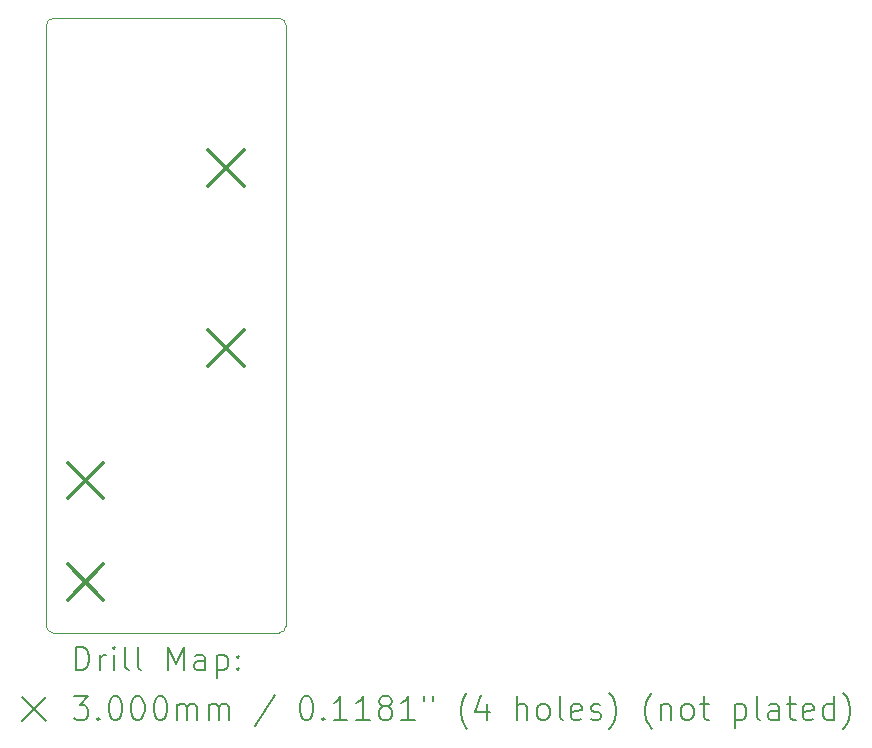
<source format=gbr>
%TF.GenerationSoftware,KiCad,Pcbnew,6.0.9-8da3e8f707~116~ubuntu20.04.1*%
%TF.CreationDate,2023-03-05T00:07:39+01:00*%
%TF.ProjectId,accl_magn_pmod,6163636c-5f6d-4616-976e-5f706d6f642e,rev?*%
%TF.SameCoordinates,Original*%
%TF.FileFunction,Drillmap*%
%TF.FilePolarity,Positive*%
%FSLAX45Y45*%
G04 Gerber Fmt 4.5, Leading zero omitted, Abs format (unit mm)*
G04 Created by KiCad (PCBNEW 6.0.9-8da3e8f707~116~ubuntu20.04.1) date 2023-03-05 00:07:39*
%MOMM*%
%LPD*%
G01*
G04 APERTURE LIST*
%ADD10C,0.100000*%
%ADD11C,0.200000*%
%ADD12C,0.300000*%
G04 APERTURE END LIST*
D10*
X11493500Y-10795000D02*
X13398500Y-10795000D01*
X11430000Y-10731500D02*
X11430000Y-5651500D01*
X13462000Y-5651500D02*
X13462000Y-10731500D01*
X13398500Y-5588000D02*
X11493500Y-5588000D01*
X13398500Y-10795000D02*
G75*
G03*
X13462000Y-10731500I0J63500D01*
G01*
X11430000Y-10731500D02*
G75*
G03*
X11493500Y-10795000I63500J0D01*
G01*
X13462000Y-5651500D02*
G75*
G03*
X13398500Y-5588000I-63500J0D01*
G01*
X11493500Y-5588000D02*
G75*
G03*
X11430000Y-5651500I0J-63500D01*
G01*
D11*
D12*
X11612740Y-9352140D02*
X11912740Y-9652140D01*
X11912740Y-9352140D02*
X11612740Y-9652140D01*
X11612740Y-10212140D02*
X11912740Y-10512140D01*
X11912740Y-10212140D02*
X11612740Y-10512140D01*
X12804000Y-6708000D02*
X13104000Y-7008000D01*
X13104000Y-6708000D02*
X12804000Y-7008000D01*
X12804000Y-8232000D02*
X13104000Y-8532000D01*
X13104000Y-8232000D02*
X12804000Y-8532000D01*
D11*
X11682619Y-11110476D02*
X11682619Y-10910476D01*
X11730238Y-10910476D01*
X11758809Y-10920000D01*
X11777857Y-10939048D01*
X11787381Y-10958095D01*
X11796905Y-10996190D01*
X11796905Y-11024762D01*
X11787381Y-11062857D01*
X11777857Y-11081905D01*
X11758809Y-11100952D01*
X11730238Y-11110476D01*
X11682619Y-11110476D01*
X11882619Y-11110476D02*
X11882619Y-10977143D01*
X11882619Y-11015238D02*
X11892143Y-10996190D01*
X11901667Y-10986667D01*
X11920714Y-10977143D01*
X11939762Y-10977143D01*
X12006428Y-11110476D02*
X12006428Y-10977143D01*
X12006428Y-10910476D02*
X11996905Y-10920000D01*
X12006428Y-10929524D01*
X12015952Y-10920000D01*
X12006428Y-10910476D01*
X12006428Y-10929524D01*
X12130238Y-11110476D02*
X12111190Y-11100952D01*
X12101667Y-11081905D01*
X12101667Y-10910476D01*
X12235000Y-11110476D02*
X12215952Y-11100952D01*
X12206428Y-11081905D01*
X12206428Y-10910476D01*
X12463571Y-11110476D02*
X12463571Y-10910476D01*
X12530238Y-11053333D01*
X12596905Y-10910476D01*
X12596905Y-11110476D01*
X12777857Y-11110476D02*
X12777857Y-11005714D01*
X12768333Y-10986667D01*
X12749286Y-10977143D01*
X12711190Y-10977143D01*
X12692143Y-10986667D01*
X12777857Y-11100952D02*
X12758809Y-11110476D01*
X12711190Y-11110476D01*
X12692143Y-11100952D01*
X12682619Y-11081905D01*
X12682619Y-11062857D01*
X12692143Y-11043810D01*
X12711190Y-11034286D01*
X12758809Y-11034286D01*
X12777857Y-11024762D01*
X12873095Y-10977143D02*
X12873095Y-11177143D01*
X12873095Y-10986667D02*
X12892143Y-10977143D01*
X12930238Y-10977143D01*
X12949286Y-10986667D01*
X12958809Y-10996190D01*
X12968333Y-11015238D01*
X12968333Y-11072381D01*
X12958809Y-11091429D01*
X12949286Y-11100952D01*
X12930238Y-11110476D01*
X12892143Y-11110476D01*
X12873095Y-11100952D01*
X13054048Y-11091429D02*
X13063571Y-11100952D01*
X13054048Y-11110476D01*
X13044524Y-11100952D01*
X13054048Y-11091429D01*
X13054048Y-11110476D01*
X13054048Y-10986667D02*
X13063571Y-10996190D01*
X13054048Y-11005714D01*
X13044524Y-10996190D01*
X13054048Y-10986667D01*
X13054048Y-11005714D01*
X11225000Y-11340000D02*
X11425000Y-11540000D01*
X11425000Y-11340000D02*
X11225000Y-11540000D01*
X11663571Y-11330476D02*
X11787381Y-11330476D01*
X11720714Y-11406667D01*
X11749286Y-11406667D01*
X11768333Y-11416190D01*
X11777857Y-11425714D01*
X11787381Y-11444762D01*
X11787381Y-11492381D01*
X11777857Y-11511428D01*
X11768333Y-11520952D01*
X11749286Y-11530476D01*
X11692143Y-11530476D01*
X11673095Y-11520952D01*
X11663571Y-11511428D01*
X11873095Y-11511428D02*
X11882619Y-11520952D01*
X11873095Y-11530476D01*
X11863571Y-11520952D01*
X11873095Y-11511428D01*
X11873095Y-11530476D01*
X12006428Y-11330476D02*
X12025476Y-11330476D01*
X12044524Y-11340000D01*
X12054048Y-11349524D01*
X12063571Y-11368571D01*
X12073095Y-11406667D01*
X12073095Y-11454286D01*
X12063571Y-11492381D01*
X12054048Y-11511428D01*
X12044524Y-11520952D01*
X12025476Y-11530476D01*
X12006428Y-11530476D01*
X11987381Y-11520952D01*
X11977857Y-11511428D01*
X11968333Y-11492381D01*
X11958809Y-11454286D01*
X11958809Y-11406667D01*
X11968333Y-11368571D01*
X11977857Y-11349524D01*
X11987381Y-11340000D01*
X12006428Y-11330476D01*
X12196905Y-11330476D02*
X12215952Y-11330476D01*
X12235000Y-11340000D01*
X12244524Y-11349524D01*
X12254048Y-11368571D01*
X12263571Y-11406667D01*
X12263571Y-11454286D01*
X12254048Y-11492381D01*
X12244524Y-11511428D01*
X12235000Y-11520952D01*
X12215952Y-11530476D01*
X12196905Y-11530476D01*
X12177857Y-11520952D01*
X12168333Y-11511428D01*
X12158809Y-11492381D01*
X12149286Y-11454286D01*
X12149286Y-11406667D01*
X12158809Y-11368571D01*
X12168333Y-11349524D01*
X12177857Y-11340000D01*
X12196905Y-11330476D01*
X12387381Y-11330476D02*
X12406428Y-11330476D01*
X12425476Y-11340000D01*
X12435000Y-11349524D01*
X12444524Y-11368571D01*
X12454048Y-11406667D01*
X12454048Y-11454286D01*
X12444524Y-11492381D01*
X12435000Y-11511428D01*
X12425476Y-11520952D01*
X12406428Y-11530476D01*
X12387381Y-11530476D01*
X12368333Y-11520952D01*
X12358809Y-11511428D01*
X12349286Y-11492381D01*
X12339762Y-11454286D01*
X12339762Y-11406667D01*
X12349286Y-11368571D01*
X12358809Y-11349524D01*
X12368333Y-11340000D01*
X12387381Y-11330476D01*
X12539762Y-11530476D02*
X12539762Y-11397143D01*
X12539762Y-11416190D02*
X12549286Y-11406667D01*
X12568333Y-11397143D01*
X12596905Y-11397143D01*
X12615952Y-11406667D01*
X12625476Y-11425714D01*
X12625476Y-11530476D01*
X12625476Y-11425714D02*
X12635000Y-11406667D01*
X12654048Y-11397143D01*
X12682619Y-11397143D01*
X12701667Y-11406667D01*
X12711190Y-11425714D01*
X12711190Y-11530476D01*
X12806428Y-11530476D02*
X12806428Y-11397143D01*
X12806428Y-11416190D02*
X12815952Y-11406667D01*
X12835000Y-11397143D01*
X12863571Y-11397143D01*
X12882619Y-11406667D01*
X12892143Y-11425714D01*
X12892143Y-11530476D01*
X12892143Y-11425714D02*
X12901667Y-11406667D01*
X12920714Y-11397143D01*
X12949286Y-11397143D01*
X12968333Y-11406667D01*
X12977857Y-11425714D01*
X12977857Y-11530476D01*
X13368333Y-11320952D02*
X13196905Y-11578095D01*
X13625476Y-11330476D02*
X13644524Y-11330476D01*
X13663571Y-11340000D01*
X13673095Y-11349524D01*
X13682619Y-11368571D01*
X13692143Y-11406667D01*
X13692143Y-11454286D01*
X13682619Y-11492381D01*
X13673095Y-11511428D01*
X13663571Y-11520952D01*
X13644524Y-11530476D01*
X13625476Y-11530476D01*
X13606428Y-11520952D01*
X13596905Y-11511428D01*
X13587381Y-11492381D01*
X13577857Y-11454286D01*
X13577857Y-11406667D01*
X13587381Y-11368571D01*
X13596905Y-11349524D01*
X13606428Y-11340000D01*
X13625476Y-11330476D01*
X13777857Y-11511428D02*
X13787381Y-11520952D01*
X13777857Y-11530476D01*
X13768333Y-11520952D01*
X13777857Y-11511428D01*
X13777857Y-11530476D01*
X13977857Y-11530476D02*
X13863571Y-11530476D01*
X13920714Y-11530476D02*
X13920714Y-11330476D01*
X13901667Y-11359048D01*
X13882619Y-11378095D01*
X13863571Y-11387619D01*
X14168333Y-11530476D02*
X14054048Y-11530476D01*
X14111190Y-11530476D02*
X14111190Y-11330476D01*
X14092143Y-11359048D01*
X14073095Y-11378095D01*
X14054048Y-11387619D01*
X14282619Y-11416190D02*
X14263571Y-11406667D01*
X14254048Y-11397143D01*
X14244524Y-11378095D01*
X14244524Y-11368571D01*
X14254048Y-11349524D01*
X14263571Y-11340000D01*
X14282619Y-11330476D01*
X14320714Y-11330476D01*
X14339762Y-11340000D01*
X14349286Y-11349524D01*
X14358809Y-11368571D01*
X14358809Y-11378095D01*
X14349286Y-11397143D01*
X14339762Y-11406667D01*
X14320714Y-11416190D01*
X14282619Y-11416190D01*
X14263571Y-11425714D01*
X14254048Y-11435238D01*
X14244524Y-11454286D01*
X14244524Y-11492381D01*
X14254048Y-11511428D01*
X14263571Y-11520952D01*
X14282619Y-11530476D01*
X14320714Y-11530476D01*
X14339762Y-11520952D01*
X14349286Y-11511428D01*
X14358809Y-11492381D01*
X14358809Y-11454286D01*
X14349286Y-11435238D01*
X14339762Y-11425714D01*
X14320714Y-11416190D01*
X14549286Y-11530476D02*
X14435000Y-11530476D01*
X14492143Y-11530476D02*
X14492143Y-11330476D01*
X14473095Y-11359048D01*
X14454048Y-11378095D01*
X14435000Y-11387619D01*
X14625476Y-11330476D02*
X14625476Y-11368571D01*
X14701667Y-11330476D02*
X14701667Y-11368571D01*
X14996905Y-11606667D02*
X14987381Y-11597143D01*
X14968333Y-11568571D01*
X14958809Y-11549524D01*
X14949286Y-11520952D01*
X14939762Y-11473333D01*
X14939762Y-11435238D01*
X14949286Y-11387619D01*
X14958809Y-11359048D01*
X14968333Y-11340000D01*
X14987381Y-11311428D01*
X14996905Y-11301905D01*
X15158809Y-11397143D02*
X15158809Y-11530476D01*
X15111190Y-11320952D02*
X15063571Y-11463809D01*
X15187381Y-11463809D01*
X15415952Y-11530476D02*
X15415952Y-11330476D01*
X15501667Y-11530476D02*
X15501667Y-11425714D01*
X15492143Y-11406667D01*
X15473095Y-11397143D01*
X15444524Y-11397143D01*
X15425476Y-11406667D01*
X15415952Y-11416190D01*
X15625476Y-11530476D02*
X15606428Y-11520952D01*
X15596905Y-11511428D01*
X15587381Y-11492381D01*
X15587381Y-11435238D01*
X15596905Y-11416190D01*
X15606428Y-11406667D01*
X15625476Y-11397143D01*
X15654048Y-11397143D01*
X15673095Y-11406667D01*
X15682619Y-11416190D01*
X15692143Y-11435238D01*
X15692143Y-11492381D01*
X15682619Y-11511428D01*
X15673095Y-11520952D01*
X15654048Y-11530476D01*
X15625476Y-11530476D01*
X15806428Y-11530476D02*
X15787381Y-11520952D01*
X15777857Y-11501905D01*
X15777857Y-11330476D01*
X15958809Y-11520952D02*
X15939762Y-11530476D01*
X15901667Y-11530476D01*
X15882619Y-11520952D01*
X15873095Y-11501905D01*
X15873095Y-11425714D01*
X15882619Y-11406667D01*
X15901667Y-11397143D01*
X15939762Y-11397143D01*
X15958809Y-11406667D01*
X15968333Y-11425714D01*
X15968333Y-11444762D01*
X15873095Y-11463809D01*
X16044524Y-11520952D02*
X16063571Y-11530476D01*
X16101667Y-11530476D01*
X16120714Y-11520952D01*
X16130238Y-11501905D01*
X16130238Y-11492381D01*
X16120714Y-11473333D01*
X16101667Y-11463809D01*
X16073095Y-11463809D01*
X16054048Y-11454286D01*
X16044524Y-11435238D01*
X16044524Y-11425714D01*
X16054048Y-11406667D01*
X16073095Y-11397143D01*
X16101667Y-11397143D01*
X16120714Y-11406667D01*
X16196905Y-11606667D02*
X16206428Y-11597143D01*
X16225476Y-11568571D01*
X16235000Y-11549524D01*
X16244524Y-11520952D01*
X16254048Y-11473333D01*
X16254048Y-11435238D01*
X16244524Y-11387619D01*
X16235000Y-11359048D01*
X16225476Y-11340000D01*
X16206428Y-11311428D01*
X16196905Y-11301905D01*
X16558809Y-11606667D02*
X16549286Y-11597143D01*
X16530238Y-11568571D01*
X16520714Y-11549524D01*
X16511190Y-11520952D01*
X16501667Y-11473333D01*
X16501667Y-11435238D01*
X16511190Y-11387619D01*
X16520714Y-11359048D01*
X16530238Y-11340000D01*
X16549286Y-11311428D01*
X16558809Y-11301905D01*
X16635000Y-11397143D02*
X16635000Y-11530476D01*
X16635000Y-11416190D02*
X16644524Y-11406667D01*
X16663571Y-11397143D01*
X16692143Y-11397143D01*
X16711190Y-11406667D01*
X16720714Y-11425714D01*
X16720714Y-11530476D01*
X16844524Y-11530476D02*
X16825476Y-11520952D01*
X16815952Y-11511428D01*
X16806429Y-11492381D01*
X16806429Y-11435238D01*
X16815952Y-11416190D01*
X16825476Y-11406667D01*
X16844524Y-11397143D01*
X16873095Y-11397143D01*
X16892143Y-11406667D01*
X16901667Y-11416190D01*
X16911190Y-11435238D01*
X16911190Y-11492381D01*
X16901667Y-11511428D01*
X16892143Y-11520952D01*
X16873095Y-11530476D01*
X16844524Y-11530476D01*
X16968333Y-11397143D02*
X17044524Y-11397143D01*
X16996905Y-11330476D02*
X16996905Y-11501905D01*
X17006429Y-11520952D01*
X17025476Y-11530476D01*
X17044524Y-11530476D01*
X17263571Y-11397143D02*
X17263571Y-11597143D01*
X17263571Y-11406667D02*
X17282619Y-11397143D01*
X17320714Y-11397143D01*
X17339762Y-11406667D01*
X17349286Y-11416190D01*
X17358810Y-11435238D01*
X17358810Y-11492381D01*
X17349286Y-11511428D01*
X17339762Y-11520952D01*
X17320714Y-11530476D01*
X17282619Y-11530476D01*
X17263571Y-11520952D01*
X17473095Y-11530476D02*
X17454048Y-11520952D01*
X17444524Y-11501905D01*
X17444524Y-11330476D01*
X17635000Y-11530476D02*
X17635000Y-11425714D01*
X17625476Y-11406667D01*
X17606429Y-11397143D01*
X17568333Y-11397143D01*
X17549286Y-11406667D01*
X17635000Y-11520952D02*
X17615952Y-11530476D01*
X17568333Y-11530476D01*
X17549286Y-11520952D01*
X17539762Y-11501905D01*
X17539762Y-11482857D01*
X17549286Y-11463809D01*
X17568333Y-11454286D01*
X17615952Y-11454286D01*
X17635000Y-11444762D01*
X17701667Y-11397143D02*
X17777857Y-11397143D01*
X17730238Y-11330476D02*
X17730238Y-11501905D01*
X17739762Y-11520952D01*
X17758810Y-11530476D01*
X17777857Y-11530476D01*
X17920714Y-11520952D02*
X17901667Y-11530476D01*
X17863571Y-11530476D01*
X17844524Y-11520952D01*
X17835000Y-11501905D01*
X17835000Y-11425714D01*
X17844524Y-11406667D01*
X17863571Y-11397143D01*
X17901667Y-11397143D01*
X17920714Y-11406667D01*
X17930238Y-11425714D01*
X17930238Y-11444762D01*
X17835000Y-11463809D01*
X18101667Y-11530476D02*
X18101667Y-11330476D01*
X18101667Y-11520952D02*
X18082619Y-11530476D01*
X18044524Y-11530476D01*
X18025476Y-11520952D01*
X18015952Y-11511428D01*
X18006429Y-11492381D01*
X18006429Y-11435238D01*
X18015952Y-11416190D01*
X18025476Y-11406667D01*
X18044524Y-11397143D01*
X18082619Y-11397143D01*
X18101667Y-11406667D01*
X18177857Y-11606667D02*
X18187381Y-11597143D01*
X18206429Y-11568571D01*
X18215952Y-11549524D01*
X18225476Y-11520952D01*
X18235000Y-11473333D01*
X18235000Y-11435238D01*
X18225476Y-11387619D01*
X18215952Y-11359048D01*
X18206429Y-11340000D01*
X18187381Y-11311428D01*
X18177857Y-11301905D01*
M02*

</source>
